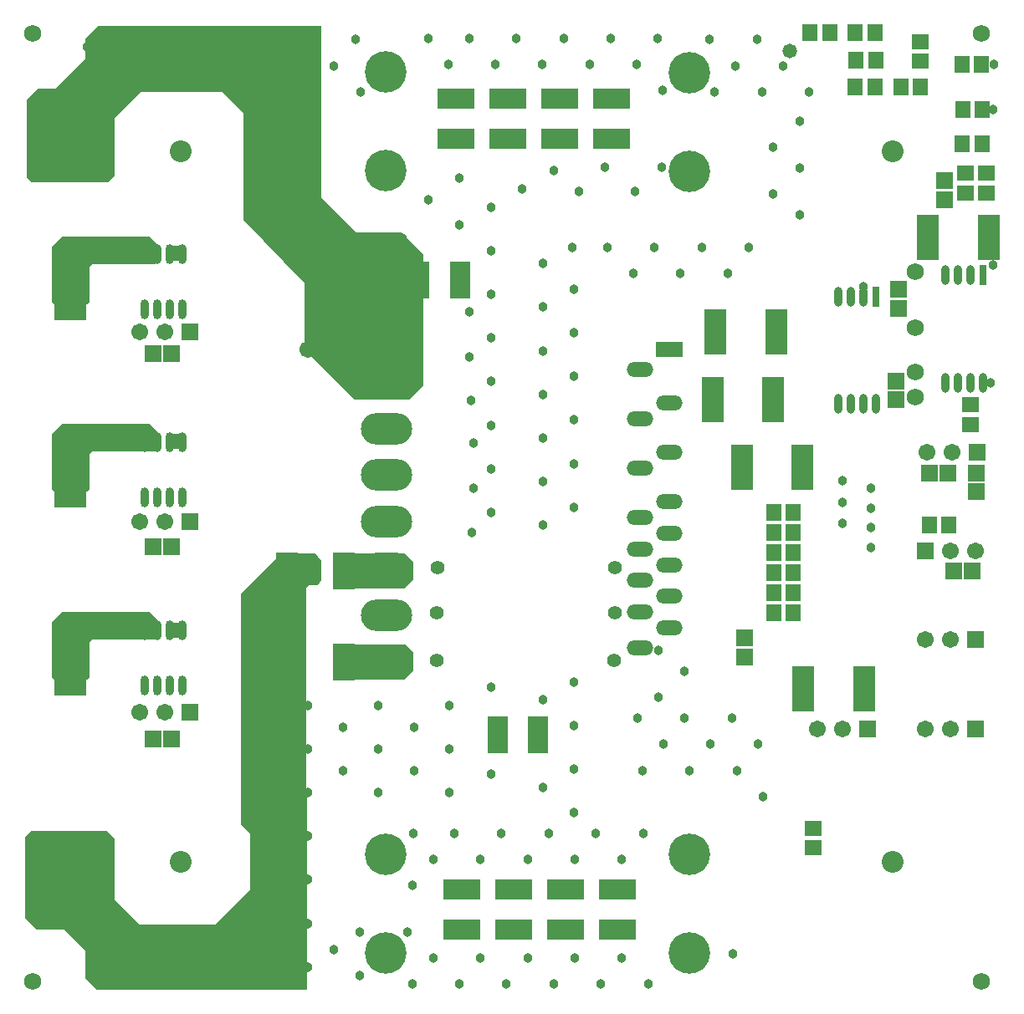
<source format=gbr>
G04 Layer_Color=8388736*
%FSLAX26Y26*%
%MOIN*%
%TF.FileFunction,Soldermask,Top*%
%TF.Part,Single*%
G01*
G75*
%TA.AperFunction,NonConductor*%
%ADD55R,0.077000X0.063000*%
%TA.AperFunction,SMDPad,CuDef*%
%ADD56O,0.033591X0.078866*%
%ADD57R,0.078866X0.149732*%
%ADD58R,0.149732X0.078866*%
%ADD59R,0.067055X0.070992*%
%ADD60R,0.063118X0.067055*%
%ADD61R,0.070992X0.067055*%
%ADD62R,0.031622X0.078866*%
%ADD63O,0.031622X0.078866*%
%ADD64R,0.067055X0.063118*%
%ADD65R,0.086740X0.147764*%
%ADD66R,0.088709X0.179260*%
%TA.AperFunction,ComponentPad*%
%ADD67R,0.126110X0.126110*%
%ADD68C,0.126110*%
%ADD69R,0.067055X0.067055*%
%ADD70C,0.067055*%
%ADD71R,0.126110X0.126110*%
%ADD72C,0.068000*%
%ADD73O,0.204850X0.126110*%
%ADD74O,0.106425X0.059181*%
%ADD75R,0.106425X0.059181*%
%ADD76C,0.055244*%
%ADD77C,0.165480*%
%TA.AperFunction,ViaPad*%
%ADD78C,0.086740*%
%TA.AperFunction,WasherPad*%
%ADD79C,0.068000*%
%TA.AperFunction,ViaPad*%
%ADD80C,0.038000*%
%ADD81C,0.031622*%
%ADD82C,0.058000*%
G36*
X465000Y-2307954D02*
X498000Y-2340952D01*
X498000Y-2405952D01*
X485999Y-2417954D01*
X235000Y-2417952D01*
X225000Y-2427952D01*
X225000Y-2567953D01*
X215000Y-2577953D01*
X84999Y-2577952D01*
X75000Y-2567953D01*
X75000Y-2347952D01*
X115000Y-2307952D01*
X465000Y-2307954D01*
D02*
G37*
G36*
X1482000Y-2436528D02*
X1514000Y-2468527D01*
X1514000Y-2540527D01*
X1478000Y-2576528D01*
X1198000Y-2576528D01*
Y-2436528D01*
X1482000Y-2436528D01*
D02*
G37*
G36*
X1150000Y-2104527D02*
X1150000Y-2179528D01*
X1135000Y-2199528D01*
X1100000D01*
X1090000Y-2209528D01*
X1092972Y-3814528D01*
X254525D01*
X209999Y-3770001D01*
X210000Y-3661048D01*
X123952Y-3575000D01*
X15000Y-3575000D01*
X-30000Y-3529999D01*
Y-3204528D01*
X-5000Y-3179528D01*
X295000D01*
X325000Y-3209527D01*
Y-3454528D01*
X425000Y-3554528D01*
X725000D01*
X865000Y-3414528D01*
Y-3189528D01*
X830413Y-3154941D01*
X827710Y-2236817D01*
X989430Y-2075097D01*
X1125000Y-2074528D01*
X1150000Y-2104527D01*
D02*
G37*
G36*
X1482000Y-2074528D02*
X1514000Y-2106527D01*
X1514000Y-2178527D01*
X1478000Y-2214528D01*
X1198000Y-2214528D01*
Y-2074528D01*
X1482000Y-2074528D01*
D02*
G37*
G36*
X465000Y-809529D02*
X498000Y-842527D01*
X498000Y-907527D01*
X485999Y-919529D01*
X235000Y-919527D01*
X225000Y-929527D01*
X225000Y-1069528D01*
X215000Y-1079528D01*
X84999Y-1079527D01*
X75000Y-1069528D01*
X75000Y-849527D01*
X115000Y-809527D01*
X465000Y-809529D01*
D02*
G37*
G36*
X1150000Y-654528D02*
X1290000Y-794527D01*
X1470000Y-794528D01*
X1555000Y-879527D01*
Y-1404527D01*
X1500000Y-1459528D01*
X1280000D01*
X1082825Y-1262352D01*
Y-997352D01*
X840000Y-744604D01*
Y-319531D01*
X754997Y-234528D01*
X430472Y-234527D01*
X325000Y-340000D01*
Y-570000D01*
X299999Y-595001D01*
X-5001Y-595000D01*
X-25000Y-575001D01*
X-25000Y-265001D01*
X19999Y-220001D01*
X89999Y-220000D01*
X210106Y-99895D01*
X209984Y-20016D01*
X260000Y30000D01*
X1150000Y30000D01*
X1150000Y-654528D01*
D02*
G37*
G36*
X465000Y-1558742D02*
X498000Y-1591739D01*
X498000Y-1656740D01*
X485999Y-1668742D01*
X235000Y-1668740D01*
X225000Y-1678740D01*
X225000Y-1818741D01*
X215000Y-1828740D01*
X84999Y-1828740D01*
X75000Y-1818741D01*
X75000Y-1598740D01*
X115000Y-1558740D01*
X465000Y-1558742D01*
D02*
G37*
D55*
X570500Y-2380028D02*
D03*
Y-1629027D02*
D03*
Y-878028D02*
D03*
D56*
X445000Y-1099764D02*
D03*
X495000D02*
D03*
X545000D02*
D03*
X595000D02*
D03*
X445000Y-879291D02*
D03*
X495000D02*
D03*
X545000D02*
D03*
X595000D02*
D03*
X445000Y-2601764D02*
D03*
X495000D02*
D03*
X545000D02*
D03*
X595000D02*
D03*
X445000Y-2381291D02*
D03*
X495000D02*
D03*
X545000D02*
D03*
X595000D02*
D03*
X445000Y-1850764D02*
D03*
X495000D02*
D03*
X545000D02*
D03*
X595000D02*
D03*
X445000Y-1630291D02*
D03*
X495000D02*
D03*
X545000D02*
D03*
X595000D02*
D03*
D57*
X1539291Y-985000D02*
D03*
X1700709D02*
D03*
X2012709Y-2799000D02*
D03*
X1851291D02*
D03*
D58*
X2330000Y-3414291D02*
D03*
Y-3575709D02*
D03*
X2123333Y-3414291D02*
D03*
Y-3575709D02*
D03*
X1916667Y-3414291D02*
D03*
Y-3575709D02*
D03*
X1710000Y-3414291D02*
D03*
Y-3575709D02*
D03*
X1891667Y-259291D02*
D03*
Y-420709D02*
D03*
X2305000Y-259291D02*
D03*
Y-420709D02*
D03*
X2098333Y-259291D02*
D03*
Y-420709D02*
D03*
X1685000Y-259291D02*
D03*
Y-420709D02*
D03*
D59*
X3667598Y-2144528D02*
D03*
X3742401D02*
D03*
X3571599Y-1753527D02*
D03*
X3646402D02*
D03*
X553402Y-1278527D02*
D03*
X478599D02*
D03*
X553402Y-2046527D02*
D03*
X478599D02*
D03*
X553402Y-2814527D02*
D03*
X478599D02*
D03*
D60*
X3649370Y-1959527D02*
D03*
X3570630D02*
D03*
X3781370Y-441527D02*
D03*
X3702630D02*
D03*
X3704630Y-303527D02*
D03*
X3783370D02*
D03*
X3701630Y-125528D02*
D03*
X3780370D02*
D03*
X3457630Y-213528D02*
D03*
X3536370D02*
D03*
X3355370Y2473D02*
D03*
X3276630D02*
D03*
X3279630Y-106028D02*
D03*
X3358370D02*
D03*
X3355370Y-214528D02*
D03*
X3276630D02*
D03*
X3174370Y1472D02*
D03*
X3095630D02*
D03*
X2950630Y-2309528D02*
D03*
X3029370D02*
D03*
X2950630Y-2229528D02*
D03*
X3029370D02*
D03*
X2950630Y-2149528D02*
D03*
X3029370D02*
D03*
X2950630Y-2069528D02*
D03*
X3029370D02*
D03*
X2950630Y-1989527D02*
D03*
X3029370D02*
D03*
X2950630Y-1909527D02*
D03*
X3029370D02*
D03*
D61*
X3440000Y-1461929D02*
D03*
Y-1387126D02*
D03*
X3632000Y-662929D02*
D03*
Y-588126D02*
D03*
X3759000Y-1828929D02*
D03*
Y-1754126D02*
D03*
X3449000Y-1096929D02*
D03*
Y-1022126D02*
D03*
X2835000Y-2412126D02*
D03*
Y-2486929D02*
D03*
D62*
X3785000Y-964528D02*
D03*
X3360000Y-1049527D02*
D03*
D63*
X3735000Y-964528D02*
D03*
X3685000D02*
D03*
X3635000D02*
D03*
X3785000Y-1393661D02*
D03*
X3735000D02*
D03*
X3685000D02*
D03*
X3635000D02*
D03*
X3310000Y-1049527D02*
D03*
X3260000D02*
D03*
X3210000D02*
D03*
X3360000Y-1478661D02*
D03*
X3310000D02*
D03*
X3260000D02*
D03*
X3210000D02*
D03*
D64*
X3534402Y-111996D02*
D03*
Y-33256D02*
D03*
X3737000Y-1481158D02*
D03*
Y-1559898D02*
D03*
X3110000Y-3170157D02*
D03*
Y-3248898D02*
D03*
X3716000Y-636898D02*
D03*
Y-558157D02*
D03*
X3799000Y-636898D02*
D03*
Y-558158D02*
D03*
D65*
X1237189Y-2506528D02*
D03*
X1010811D02*
D03*
X1237189Y-2144528D02*
D03*
X1010811D02*
D03*
D66*
X3311063Y-2614528D02*
D03*
X3068937D02*
D03*
X3066063Y-1729527D02*
D03*
X2823937D02*
D03*
X2707874Y-1459527D02*
D03*
X2950000D02*
D03*
X2718937Y-1189527D02*
D03*
X2961063D02*
D03*
X3565937Y-815528D02*
D03*
X3808063D02*
D03*
D67*
X150000Y-518425D02*
D03*
Y-3457953D02*
D03*
Y-2577953D02*
D03*
Y-1828740D02*
D03*
Y-1079527D02*
D03*
D68*
Y-321575D02*
D03*
Y-3261102D02*
D03*
X483575Y-3734528D02*
D03*
X150000Y-2381102D02*
D03*
Y-1631890D02*
D03*
Y-882677D02*
D03*
X711425Y-47528D02*
D03*
D69*
X625000Y-1189527D02*
D03*
Y-1949027D02*
D03*
Y-2708528D02*
D03*
X3325000Y-2774528D02*
D03*
X3754998Y-2774528D02*
D03*
Y-2419115D02*
D03*
X3555000Y-2064528D02*
D03*
X3761000Y-1669527D02*
D03*
D70*
X525000Y-1189527D02*
D03*
X425000D02*
D03*
X525000Y-1949027D02*
D03*
X425000D02*
D03*
X525000Y-2708528D02*
D03*
X425000D02*
D03*
X3125000Y-2774528D02*
D03*
X3225000D02*
D03*
X3554998Y-2774528D02*
D03*
X3654998D02*
D03*
X3554998Y-2419115D02*
D03*
X3654998D02*
D03*
X3755000Y-2064528D02*
D03*
X3655000D02*
D03*
X1095000Y-2147528D02*
D03*
Y-1261701D02*
D03*
X3561000Y-1669527D02*
D03*
X3661000D02*
D03*
D71*
X680425Y-3734528D02*
D03*
X514575Y-47528D02*
D03*
D72*
X3516000Y-1450118D02*
D03*
Y-1350118D02*
D03*
Y-1174527D02*
D03*
Y-950118D02*
D03*
D73*
X1409575Y-2507347D02*
D03*
Y-2321126D02*
D03*
Y-2134905D02*
D03*
Y-1948685D02*
D03*
Y-1762465D02*
D03*
Y-1576244D02*
D03*
Y-1390024D02*
D03*
Y-1203803D02*
D03*
D74*
X2535992Y-2371323D02*
D03*
X2418000Y-2450063D02*
D03*
Y-2308331D02*
D03*
Y-2182347D02*
D03*
X2535992Y-2119354D02*
D03*
X2418000Y-2056362D02*
D03*
X2535992Y-1993370D02*
D03*
X2418000Y-1930378D02*
D03*
X2535992Y-1867386D02*
D03*
X2418000Y-1733527D02*
D03*
X2535992Y-1670535D02*
D03*
X2418000Y-1536677D02*
D03*
X2535992Y-1473685D02*
D03*
X2418000Y-1339827D02*
D03*
X2535992Y-2245338D02*
D03*
D75*
Y-1261086D02*
D03*
D76*
X2316535Y-2499747D02*
D03*
X1607874D02*
D03*
X2318661Y-2309528D02*
D03*
X1610000D02*
D03*
X2320000Y-2129528D02*
D03*
X1611339D02*
D03*
D77*
X1406000Y-3667528D02*
D03*
Y-3273827D02*
D03*
X2616000Y-3667528D02*
D03*
Y-3273827D02*
D03*
Y-549528D02*
D03*
Y-155827D02*
D03*
X1406000Y-547528D02*
D03*
Y-153827D02*
D03*
D78*
X590354Y-469882D02*
D03*
X3425000D02*
D03*
Y-3304528D02*
D03*
X590354D02*
D03*
D79*
X3779527Y0D02*
D03*
X3779528Y-3779528D02*
D03*
X0Y0D02*
D03*
Y-3779528D02*
D03*
D80*
X3225000Y-1954527D02*
D03*
Y-1869527D02*
D03*
Y-1784527D02*
D03*
X3340000Y-1814528D02*
D03*
Y-1892861D02*
D03*
Y-1971194D02*
D03*
Y-2049528D02*
D03*
X2790000Y-3669528D02*
D03*
X2492000Y-2459528D02*
D03*
Y-2647528D02*
D03*
X2596000Y-2543528D02*
D03*
X2888000Y-2835528D02*
D03*
X2908000Y-3043528D02*
D03*
X2784000Y-2731528D02*
D03*
X2596000D02*
D03*
X2700000Y-2835528D02*
D03*
X2804000Y-2939528D02*
D03*
X2408000Y-2731528D02*
D03*
X2512000Y-2835528D02*
D03*
X2616000Y-2939528D02*
D03*
X2428000D02*
D03*
X2768000Y-958528D02*
D03*
X215000Y-55000D02*
D03*
X328000Y-142528D02*
D03*
X294000Y-55528D02*
D03*
X388000D02*
D03*
X470000Y-199528D02*
D03*
X516000Y-142528D02*
D03*
X422000D02*
D03*
X375000Y-229528D02*
D03*
X644000Y-199528D02*
D03*
X691000Y-142528D02*
D03*
X597000D02*
D03*
X550000Y-199528D02*
D03*
X819000Y-229528D02*
D03*
X866000Y-142528D02*
D03*
X772000D02*
D03*
X725000Y-199528D02*
D03*
X1175000Y-1273527D02*
D03*
X1262000Y-1320527D02*
D03*
Y-1226527D02*
D03*
X1175000Y-1179527D02*
D03*
X1387000Y-882528D02*
D03*
Y-976528D02*
D03*
X1474000Y-1117527D02*
D03*
X1387000Y-1070527D02*
D03*
X1471000Y-817528D02*
D03*
X1297000D02*
D03*
X1210000Y-770528D02*
D03*
X1037000Y-882528D02*
D03*
X1211000D02*
D03*
X1124000Y-929528D02*
D03*
X1298000D02*
D03*
X1211000Y-976528D02*
D03*
X1298000Y-1023528D02*
D03*
Y-1117527D02*
D03*
X1211000Y-1070527D02*
D03*
X1124000Y-1023528D02*
D03*
Y-1117527D02*
D03*
X862000Y-582528D02*
D03*
X1036000D02*
D03*
X949000Y-629528D02*
D03*
X1123000D02*
D03*
X1036000Y-676528D02*
D03*
X1123000Y-723528D02*
D03*
Y-817528D02*
D03*
X1036000Y-770528D02*
D03*
X949000Y-723528D02*
D03*
X862000Y-676528D02*
D03*
X949000Y-817528D02*
D03*
X862000Y-307527D02*
D03*
X1036000D02*
D03*
X949000Y-354527D02*
D03*
X1123000D02*
D03*
X1036000Y-401527D02*
D03*
X1123000Y-448527D02*
D03*
Y-542528D02*
D03*
X1036000Y-495527D02*
D03*
X949000Y-448527D02*
D03*
X862000Y-401527D02*
D03*
X949000Y-542528D02*
D03*
X862000Y-495527D02*
D03*
X1284000Y-25527D02*
D03*
X1096000D02*
D03*
X1200000Y-129528D02*
D03*
X1304000Y-233528D02*
D03*
X908000Y-25527D02*
D03*
X1012000Y-129528D02*
D03*
X1116000Y-233528D02*
D03*
X928000D02*
D03*
X2716000D02*
D03*
X2904000D02*
D03*
X2800000Y-129528D02*
D03*
X2696000Y-25527D02*
D03*
X3092000Y-233528D02*
D03*
X2988000Y-129528D02*
D03*
X2884000Y-25527D02*
D03*
X2490000Y-20527D02*
D03*
X2302000D02*
D03*
X2406000Y-124528D02*
D03*
X2510000Y-228528D02*
D03*
X2114000Y-20527D02*
D03*
X2218000Y-124528D02*
D03*
X1926000Y-20527D02*
D03*
X2030000Y-124528D02*
D03*
X1738000Y-20527D02*
D03*
X1842000Y-124528D02*
D03*
X1575490Y-20527D02*
D03*
X1654000Y-124528D02*
D03*
X2950000Y-453527D02*
D03*
X3054000Y-349527D02*
D03*
X2950000Y-641528D02*
D03*
X3054000Y-537528D02*
D03*
Y-725528D02*
D03*
X2852000Y-854528D02*
D03*
X2150000D02*
D03*
X2664000D02*
D03*
X2476000D02*
D03*
X2580000Y-958528D02*
D03*
X2288000Y-854528D02*
D03*
X2392000Y-958528D02*
D03*
X2031450Y-1266072D02*
D03*
X2156450Y-1368072D02*
D03*
Y-1716072D02*
D03*
Y-1542072D02*
D03*
X2031450Y-1614072D02*
D03*
Y-1440072D02*
D03*
Y-918072D02*
D03*
X2156450Y-1020072D02*
D03*
X2031450Y-1092072D02*
D03*
X2156450Y-1194072D02*
D03*
X2031450Y-2658072D02*
D03*
X2156450Y-2760072D02*
D03*
Y-3108072D02*
D03*
Y-2934072D02*
D03*
X2031450Y-3006072D02*
D03*
X2156450Y-2586072D02*
D03*
X2031450Y-1788072D02*
D03*
X2156450Y-1890072D02*
D03*
X2031450Y-1962072D02*
D03*
X1595000Y-3293827D02*
D03*
X1516490Y-3189827D02*
D03*
X1783000Y-3293827D02*
D03*
X1679000Y-3189827D02*
D03*
X1971000Y-3293827D02*
D03*
X1867000Y-3189827D02*
D03*
X2159000Y-3293827D02*
D03*
X2055000Y-3189827D02*
D03*
X2347000Y-3293827D02*
D03*
X2243000Y-3189827D02*
D03*
X2431000D02*
D03*
X1511000Y-3397827D02*
D03*
Y-3791528D02*
D03*
X2347000Y-3687528D02*
D03*
X2451000Y-3791528D02*
D03*
X2159000Y-3687528D02*
D03*
X2263000Y-3791528D02*
D03*
X1971000Y-3687528D02*
D03*
X2075000Y-3791528D02*
D03*
X1783000Y-3687528D02*
D03*
X1887000Y-3791528D02*
D03*
X1491000Y-3583528D02*
D03*
X1595000Y-3687528D02*
D03*
X1699000Y-3791528D02*
D03*
X1303000Y-3757528D02*
D03*
Y-3583528D02*
D03*
X1199000Y-3653528D02*
D03*
X2504000Y-533528D02*
D03*
X2400000Y-629528D02*
D03*
X2279000Y-533528D02*
D03*
X2175000Y-629528D02*
D03*
X2075000Y-548528D02*
D03*
X1950000Y-620528D02*
D03*
X1575000Y-662528D02*
D03*
X1700000Y-577528D02*
D03*
X1740000Y-1289527D02*
D03*
X1825000Y-1214527D02*
D03*
X1740000Y-1109527D02*
D03*
X1825000Y-692528D02*
D03*
Y-1040527D02*
D03*
Y-866528D02*
D03*
X1700000Y-764528D02*
D03*
X1825000Y-1910527D02*
D03*
X1755000Y-1814527D02*
D03*
X1825000Y-1388527D02*
D03*
Y-1736527D02*
D03*
Y-1562527D02*
D03*
X1755000Y-1634527D02*
D03*
X1745505Y-1464527D02*
D03*
X1750000Y-1989527D02*
D03*
X1825000Y-2606528D02*
D03*
Y-2954528D02*
D03*
X1659000Y-2853528D02*
D03*
X1518000Y-2940528D02*
D03*
X1659000Y-2679528D02*
D03*
X1518000Y-2766528D02*
D03*
X1659000Y-3027528D02*
D03*
X1377000Y-2853528D02*
D03*
X1236000Y-2940528D02*
D03*
X1377000Y-2679528D02*
D03*
X1236000Y-2766528D02*
D03*
X1377000Y-3027528D02*
D03*
X252000Y-3716528D02*
D03*
X210000Y-3625000D02*
D03*
X299000Y-3629528D02*
D03*
X346000Y-3716528D02*
D03*
Y-3542528D02*
D03*
X425000Y-3659528D02*
D03*
X441000Y-3584528D02*
D03*
X535000D02*
D03*
X575000Y-3659528D02*
D03*
X655000Y-3579528D02*
D03*
X720000Y-3654528D02*
D03*
X813000Y-3723528D02*
D03*
X790000Y-3574528D02*
D03*
X907000Y-3723528D02*
D03*
X1001000D02*
D03*
X1095000D02*
D03*
X860000Y-3636528D02*
D03*
Y-3462528D02*
D03*
X907000Y-3549528D02*
D03*
Y-3375528D02*
D03*
X954000Y-3462528D02*
D03*
X1001000Y-3375528D02*
D03*
X1095000D02*
D03*
X1048000Y-3462528D02*
D03*
X1001000Y-3549528D02*
D03*
X954000Y-3636528D02*
D03*
X1095000Y-3549528D02*
D03*
X1048000Y-3636528D02*
D03*
X860000Y-3114528D02*
D03*
X907000Y-3201528D02*
D03*
Y-3027528D02*
D03*
X954000Y-3114528D02*
D03*
X1001000Y-3027528D02*
D03*
X1095000D02*
D03*
X1048000Y-3114528D02*
D03*
X1001000Y-3201528D02*
D03*
X954000Y-3288528D02*
D03*
X1095000Y-3201528D02*
D03*
X1048000Y-3288528D02*
D03*
Y-2940528D02*
D03*
X1095000Y-2853528D02*
D03*
X954000Y-2940528D02*
D03*
X1001000Y-2853528D02*
D03*
X1048000Y-2766528D02*
D03*
X1095000Y-2679528D02*
D03*
X954000Y-2244528D02*
D03*
X907000Y-2331528D02*
D03*
X860000Y-2418528D02*
D03*
X954000D02*
D03*
X907000Y-2505528D02*
D03*
X954000Y-2592528D02*
D03*
X1001000Y-2679528D02*
D03*
X954000Y-2766528D02*
D03*
X907000Y-2679528D02*
D03*
X860000Y-2592528D02*
D03*
X907000Y-2853528D02*
D03*
X860000Y-2766528D02*
D03*
Y-2940528D02*
D03*
X3828063Y-125528D02*
D03*
X3827000Y-304527D02*
D03*
X3825000Y-925528D02*
D03*
X3816000Y-1394527D02*
D03*
X3310000Y-1009528D02*
D03*
D81*
X291000Y-2364803D02*
D03*
X252000D02*
D03*
X330000D02*
D03*
X369000D02*
D03*
X291000Y-1615591D02*
D03*
X252000D02*
D03*
X330000D02*
D03*
X369000D02*
D03*
Y-866378D02*
D03*
X330000D02*
D03*
X252000D02*
D03*
X291000D02*
D03*
D82*
X3014844Y-69371D02*
D03*
%TF.MD5,0536a0c59a4bd91c63ed898b7219654c*%
M02*

</source>
